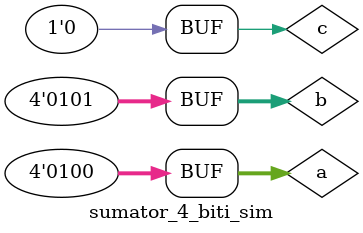
<source format=v>
`timescale 1ns / 1ps


module sumator_4_biti_sim();
    reg[3:0] a, b;
    reg c;
    wire[3:0] rez;
    wire P, G;
    sumator_4_biti nume(a, b, c, P, G, rez);
    
    initial begin 
        a=0; b=0; c=0;
        #50
        a=4;
        b=5;
    end
endmodule

</source>
